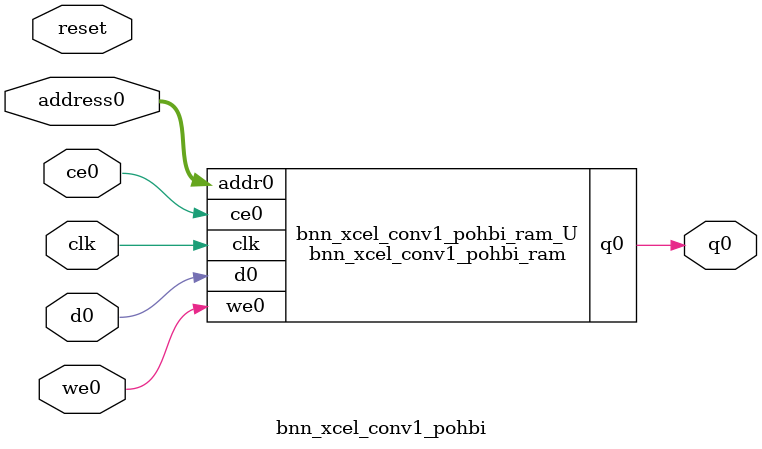
<source format=v>
`timescale 1 ns / 1 ps
module bnn_xcel_conv1_pohbi_ram (addr0, ce0, d0, we0, q0,  clk);

parameter DWIDTH = 1;
parameter AWIDTH = 11;
parameter MEM_SIZE = 1600;

input[AWIDTH-1:0] addr0;
input ce0;
input[DWIDTH-1:0] d0;
input we0;
output reg[DWIDTH-1:0] q0;
input clk;

(* ram_style = "block" *)reg [DWIDTH-1:0] ram[0:MEM_SIZE-1];




always @(posedge clk)  
begin 
    if (ce0) begin
        if (we0) 
            ram[addr0] <= d0; 
        q0 <= ram[addr0];
    end
end


endmodule

`timescale 1 ns / 1 ps
module bnn_xcel_conv1_pohbi(
    reset,
    clk,
    address0,
    ce0,
    we0,
    d0,
    q0);

parameter DataWidth = 32'd1;
parameter AddressRange = 32'd1600;
parameter AddressWidth = 32'd11;
input reset;
input clk;
input[AddressWidth - 1:0] address0;
input ce0;
input we0;
input[DataWidth - 1:0] d0;
output[DataWidth - 1:0] q0;



bnn_xcel_conv1_pohbi_ram bnn_xcel_conv1_pohbi_ram_U(
    .clk( clk ),
    .addr0( address0 ),
    .ce0( ce0 ),
    .we0( we0 ),
    .d0( d0 ),
    .q0( q0 ));

endmodule


</source>
